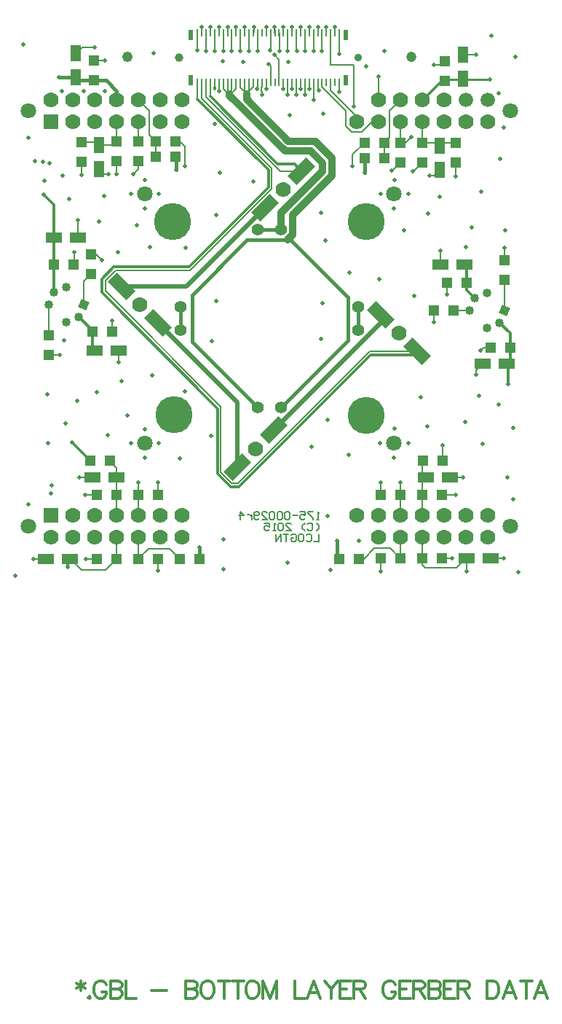
<source format=gbl>
%FSLAX24Y24*%
%MOIN*%
G70*
G01*
G75*
G04 Layer_Physical_Order=4*
G04 Layer_Color=16711680*
%ADD10C,0.0400*%
%ADD11C,0.0080*%
%ADD12C,0.0070*%
%ADD13C,0.0120*%
%ADD14C,0.0200*%
%ADD15C,0.0120*%
%ADD16P,0.0566X4X202.5*%
%ADD17C,0.0400*%
%ADD18C,0.0354*%
%ADD19C,0.0394*%
%ADD20C,0.0700*%
%ADD21C,0.0551*%
%ADD22R,0.0700X0.0700*%
%ADD23C,0.0660*%
%ADD24C,0.0709*%
%ADD25C,0.1693*%
%ADD26C,0.0472*%
%ADD27C,0.0481*%
%ADD28C,0.0200*%
%ADD29C,0.0180*%
%ADD30C,0.0120*%
%ADD31C,0.0450*%
%ADD32C,0.0554*%
%ADD33C,0.0594*%
%ADD34C,0.0987*%
%ADD35C,0.0535*%
G04:AMPARAMS|DCode=36|XSize=100mil|YSize=100mil|CornerRadius=0mil|HoleSize=0mil|Usage=FLASHONLY|Rotation=0.000|XOffset=0mil|YOffset=0mil|HoleType=Round|Shape=Relief|Width=10mil|Gap=10mil|Entries=4|*
%AMTHD36*
7,0,0,0.1000,0.0800,0.0100,45*
%
%ADD36THD36*%
%ADD37C,0.0600*%
%ADD38C,0.0909*%
%ADD39C,0.1893*%
%ADD40C,0.0692*%
%ADD41C,0.0300*%
%ADD42C,0.0100*%
%ADD43C,0.0160*%
%ADD44C,0.0300*%
%ADD45R,0.0098X0.0354*%
%ADD46R,0.0500X0.0500*%
%ADD47R,0.0480X0.0780*%
%ADD48R,0.0780X0.0480*%
%ADD49R,0.0500X0.0500*%
%ADD50R,0.0236X0.0512*%
G04:AMPARAMS|DCode=51|XSize=59.1mil|YSize=118.1mil|CornerRadius=0mil|HoleSize=0mil|Usage=FLASHONLY|Rotation=225.000|XOffset=0mil|YOffset=0mil|HoleType=Round|Shape=Rectangle|*
%AMROTATEDRECTD51*
4,1,4,-0.0209,0.0626,0.0626,-0.0209,0.0209,-0.0626,-0.0626,0.0209,-0.0209,0.0626,0.0*
%
%ADD51ROTATEDRECTD51*%

G04:AMPARAMS|DCode=52|XSize=59.1mil|YSize=118.1mil|CornerRadius=0mil|HoleSize=0mil|Usage=FLASHONLY|Rotation=135.000|XOffset=0mil|YOffset=0mil|HoleType=Round|Shape=Rectangle|*
%AMROTATEDRECTD52*
4,1,4,0.0626,0.0209,-0.0209,-0.0626,-0.0626,-0.0209,0.0209,0.0626,0.0626,0.0209,0.0*
%
%ADD52ROTATEDRECTD52*%

%ADD53C,0.0320*%
D11*
X11467Y22974D02*
Y23169D01*
X11430Y22937D02*
X11467Y22974D01*
X11430Y22913D02*
Y22937D01*
X12304Y18304D02*
Y19216D01*
X12177Y18177D02*
X12304Y18304D01*
X12176Y18177D02*
X12177D01*
X11277Y17277D02*
X12176Y18177D01*
X11277Y17277D02*
Y17277D01*
X8570Y14570D02*
X11277Y17277D01*
X10877Y24610D02*
Y25413D01*
X10483Y24610D02*
Y25413D01*
X11270Y24610D02*
Y25413D01*
X11664Y24610D02*
Y25413D01*
X13633Y22850D02*
Y23169D01*
X13239Y22850D02*
Y23169D01*
X12845Y22850D02*
Y23169D01*
X14420Y22850D02*
X14470Y22800D01*
X14420Y22850D02*
Y23169D01*
X16205Y21362D02*
Y21587D01*
X15011Y22781D02*
X16205Y21587D01*
X15011Y22781D02*
Y23169D01*
X15705Y21154D02*
Y21874D01*
X14617Y22963D02*
X15705Y21874D01*
X14617Y22963D02*
Y23169D01*
X14026Y22850D02*
Y23169D01*
X15400Y22739D02*
Y23165D01*
X15404Y23169D01*
X19730Y23970D02*
X20090D01*
X20250Y24130D01*
X20105Y4295D02*
X20740D01*
X20100Y4300D02*
X20105Y4295D01*
X16804Y10864D02*
X18973D01*
X10761Y4820D02*
X16804Y10864D01*
X10480Y4820D02*
X10761D01*
X12255Y24610D02*
Y25413D01*
X12058D02*
Y25700D01*
X8110Y20450D02*
X8330Y20230D01*
X7910Y20450D02*
X8110D01*
X8330Y19340D02*
Y20230D01*
X21680Y9792D02*
Y9980D01*
X21980Y10280D01*
X21860Y10880D02*
X22000Y11020D01*
X22320D01*
X20730Y18870D02*
Y19490D01*
X18449Y20399D02*
X18710Y20660D01*
X18210Y20399D02*
X18449D01*
X19540Y18910D02*
X19750D01*
X19990Y19150D01*
X18780Y19105D02*
X18805D01*
X19200Y19500D01*
X17810Y19130D02*
X17841D01*
X18210Y19499D01*
X16010Y19340D02*
Y19850D01*
X16560Y20400D01*
X17460Y19680D02*
Y20400D01*
X17710Y20650D01*
Y21867D01*
X18205Y22362D01*
X20130Y20390D02*
X20730D01*
X19990Y20250D02*
X20130Y20390D01*
X19840Y20400D02*
X19990Y20250D01*
X19200Y20400D02*
X19840D01*
X19205Y20405D02*
Y21362D01*
X18205Y20404D02*
Y21362D01*
X6205Y3362D02*
Y4875D01*
X3430Y16050D02*
Y16870D01*
X3252Y14851D02*
Y15390D01*
X20120Y5860D02*
Y6567D01*
X3590Y18940D02*
Y19540D01*
X6205Y20450D02*
Y21362D01*
X6205Y19210D02*
Y19550D01*
X5205Y20460D02*
Y21362D01*
X21670Y24440D02*
X21680Y24430D01*
X21070Y24440D02*
X21670D01*
X5210Y5081D02*
Y5540D01*
X4890Y5860D02*
X5210Y5540D01*
X17000Y1850D02*
X17720D01*
X16520Y1370D02*
X17000Y1850D01*
X16290Y1370D02*
X16520D01*
X18200Y1400D02*
Y2357D01*
Y1370D02*
Y1400D01*
X17720Y1850D02*
X18200Y1370D01*
X6205Y1380D02*
Y2362D01*
X6195Y1370D02*
X6205Y1380D01*
X7625Y1830D02*
X8095Y1360D01*
X6655Y1830D02*
X7625D01*
X6205Y1380D02*
X6655Y1830D01*
X5200Y18970D02*
X5205Y18975D01*
Y19560D01*
X4640Y18970D02*
X4850D01*
X4400Y19210D02*
X4640Y18970D01*
X5055Y20310D02*
X5205Y20460D01*
X4400Y20310D02*
X5055D01*
X4270Y20440D02*
X4400Y20310D01*
X3590Y20440D02*
X4270D01*
X12430Y24421D02*
X12648Y24203D01*
Y23169D02*
Y24203D01*
X16070Y22050D02*
X16081Y22061D01*
Y23959D01*
X15011D02*
X16081D01*
X17200Y22367D02*
Y23430D01*
X4170Y24150D02*
X4670D01*
X3630Y24770D02*
X4190D01*
X3350Y24490D02*
X3630Y24770D01*
X6205Y22362D02*
X6700Y21867D01*
Y20760D02*
Y21867D01*
Y20760D02*
X7010Y20450D01*
Y19750D02*
Y20450D01*
X10089Y24610D02*
Y25413D01*
X9696Y22880D02*
Y23169D01*
X9302Y22502D02*
Y23169D01*
X9105Y22415D02*
Y23169D01*
X9893Y22750D02*
Y23169D01*
X10089Y22851D02*
Y23169D01*
Y22851D02*
X10286Y22654D01*
X8908Y24612D02*
Y25413D01*
X1395Y1370D02*
X1980D01*
X3790Y1370D02*
X4300D01*
X5205Y1375D02*
Y2362D01*
X7100Y845D02*
Y1370D01*
X10389Y22560D02*
X10680Y22851D01*
Y23169D01*
X10380Y22620D02*
X10483Y22723D01*
Y23169D01*
X10286Y22654D02*
X10350Y22590D01*
X10286Y22654D02*
Y23169D01*
X9302Y22502D02*
X12693Y19111D01*
X8908Y22402D02*
Y23169D01*
X17302Y12151D02*
Y12534D01*
X12693Y19111D02*
X13683D01*
X10877Y22913D02*
Y23169D01*
X11074Y22716D02*
Y23169D01*
Y22716D02*
X11170Y22620D01*
X10877Y22913D02*
X11074Y22716D01*
X11270Y22720D02*
Y23169D01*
X11170Y22620D02*
X11270Y22720D01*
X4690Y13620D02*
Y14100D01*
X5160Y14570D01*
X8570D01*
X9980Y5320D02*
X10480Y4820D01*
X9980Y5320D02*
Y8330D01*
X4690Y13620D02*
X9980Y8330D01*
X9696Y24610D02*
Y25413D01*
X13830Y24610D02*
Y25413D01*
X9105D02*
Y25700D01*
X9893Y25413D02*
Y25700D01*
X10680Y25413D02*
Y25700D01*
X11074Y25413D02*
Y25700D01*
X9499Y25413D02*
Y25700D01*
X10286Y25413D02*
Y25700D01*
X14223Y24610D02*
Y25413D01*
X9302Y24610D02*
Y25413D01*
X13633D02*
Y25700D01*
X14026Y25413D02*
Y25700D01*
X15207Y25413D02*
Y25700D01*
X14617Y24610D02*
Y25413D01*
X15011Y23959D02*
Y25413D01*
X20460Y5081D02*
X21061D01*
X19205Y3362D02*
Y5845D01*
X17300Y4300D02*
Y4860D01*
X18205Y3362D02*
Y4295D01*
X19200Y1400D02*
Y2357D01*
X20100Y1400D02*
X20561D01*
X20570Y1409D01*
X19200Y1110D02*
Y1400D01*
Y1110D02*
X19350Y960D01*
X20780D01*
X21220Y1400D01*
X22320D02*
X22950D01*
X21220Y800D02*
Y1400D01*
X18200Y4300D02*
Y4850D01*
X17300Y800D02*
Y1370D01*
X3760Y4300D02*
X4310D01*
X3490Y5081D02*
X4110D01*
X5210Y3367D02*
Y4300D01*
X5210Y4300D02*
Y5081D01*
X7105Y4300D02*
Y4875D01*
X4690Y860D02*
X5200Y1370D01*
X3590Y860D02*
X4690D01*
X3080Y1370D02*
X3590Y860D01*
X11860Y22600D02*
X11861Y22601D01*
X12255Y23169D02*
Y23915D01*
X13040Y22600D02*
X13042Y22602D01*
X15404Y24454D02*
Y25413D01*
X12058Y23169D02*
X12060Y23167D01*
Y22850D02*
Y23167D01*
X5955Y18960D02*
X6205Y19210D01*
X5300Y10380D02*
Y10910D01*
X5290Y10370D02*
X5300Y10380D01*
X4992Y11750D02*
Y12271D01*
X20030Y14820D02*
Y15462D01*
X20350Y13470D02*
Y14010D01*
X15705Y21154D02*
X15980Y20880D01*
X16430D01*
X16912Y21362D01*
X17205D01*
X9105Y22415D02*
X12304Y19216D01*
X11270Y22720D02*
Y22753D01*
X11861Y22601D02*
Y22750D01*
Y22950D02*
Y23169D01*
Y22750D02*
X11862Y22751D01*
X11850Y22763D02*
X11862Y22751D01*
X11850Y22763D02*
Y22937D01*
X11862Y22949D01*
X11861Y22950D02*
X11862Y22949D01*
X11270Y22753D02*
X11430Y22913D01*
X11640Y22850D02*
X11664Y22874D01*
Y23169D01*
X12160Y24010D02*
X12255Y23915D01*
X14420Y25413D02*
X14420Y25413D01*
X14420Y25413D02*
Y25710D01*
X14810Y25417D02*
X14814Y25413D01*
X14810Y25417D02*
Y25710D01*
X14026Y25696D02*
X14030Y25700D01*
Y25710D01*
X13239Y25413D02*
X13240Y25414D01*
Y25710D01*
X12845Y25413D02*
X12850Y25418D01*
Y25710D01*
X12450Y25415D02*
X12452Y25413D01*
X12450Y25415D02*
Y25710D01*
X11467Y25413D02*
X11500Y25446D01*
Y25700D01*
X12648Y25413D02*
X12660Y25402D01*
Y24610D02*
Y25402D01*
X13436Y24630D02*
Y25413D01*
Y24630D02*
X13456Y24610D01*
X13030Y25401D02*
X13042Y25413D01*
X13030Y24610D02*
Y25401D01*
X22970Y12740D02*
Y14140D01*
X20650Y12730D02*
X21364D01*
X22970Y15040D02*
Y15590D01*
X19750Y12185D02*
Y12730D01*
X2094Y10680D02*
X2590D01*
X2094Y11580D02*
Y13000D01*
X3700Y14070D02*
X4020Y14390D01*
X3700Y13010D02*
Y14070D01*
X4020Y15290D02*
X4280D01*
X4550Y15020D01*
X14480Y3170D02*
X14363D01*
X14422D01*
Y3520D01*
X14480Y3462D01*
X14188Y3520D02*
X13955D01*
Y3462D01*
X14188Y3228D01*
Y3170D01*
X13605Y3520D02*
X13839D01*
Y3345D01*
X13722Y3403D01*
X13664D01*
X13605Y3345D01*
Y3228D01*
X13664Y3170D01*
X13780D01*
X13839Y3228D01*
X13489Y3345D02*
X13255D01*
X13139Y3462D02*
X13080Y3520D01*
X12964D01*
X12906Y3462D01*
Y3228D01*
X12964Y3170D01*
X13080D01*
X13139Y3228D01*
Y3462D01*
X12789D02*
X12731Y3520D01*
X12614D01*
X12556Y3462D01*
Y3228D01*
X12614Y3170D01*
X12731D01*
X12789Y3228D01*
Y3462D01*
X12439D02*
X12381Y3520D01*
X12264D01*
X12206Y3462D01*
Y3228D01*
X12264Y3170D01*
X12381D01*
X12439Y3228D01*
Y3462D01*
X11856Y3170D02*
X12089D01*
X11856Y3403D01*
Y3462D01*
X11914Y3520D01*
X12031D01*
X12089Y3462D01*
X11739Y3228D02*
X11681Y3170D01*
X11564D01*
X11506Y3228D01*
Y3462D01*
X11564Y3520D01*
X11681D01*
X11739Y3462D01*
Y3403D01*
X11681Y3345D01*
X11506D01*
X11389Y3403D02*
Y3170D01*
Y3287D01*
X11331Y3345D01*
X11273Y3403D01*
X11214D01*
X10864Y3170D02*
Y3520D01*
X11039Y3345D01*
X10806D01*
X14470Y2510D02*
Y2160D01*
X14237D01*
X13887Y2452D02*
X13945Y2510D01*
X14062D01*
X14120Y2452D01*
Y2218D01*
X14062Y2160D01*
X13945D01*
X13887Y2218D01*
X13595Y2510D02*
X13712D01*
X13770Y2452D01*
Y2218D01*
X13712Y2160D01*
X13595D01*
X13537Y2218D01*
Y2452D01*
X13595Y2510D01*
X13187Y2452D02*
X13245Y2510D01*
X13362D01*
X13420Y2452D01*
Y2218D01*
X13362Y2160D01*
X13245D01*
X13187Y2218D01*
Y2335D01*
X13304D01*
X13070Y2510D02*
X12837D01*
X12954D01*
Y2160D01*
X12721D02*
Y2510D01*
X12487Y2160D01*
Y2510D01*
X14353Y2660D02*
X14470Y2777D01*
Y2893D01*
X14353Y3010D01*
X13945Y2952D02*
X14003Y3010D01*
X14120D01*
X14178Y2952D01*
Y2718D01*
X14120Y2660D01*
X14003D01*
X13945Y2718D01*
X13829Y2660D02*
X13712Y2777D01*
Y2893D01*
X13829Y3010D01*
X12954Y2660D02*
X13187D01*
X12954Y2893D01*
Y2952D01*
X13012Y3010D01*
X13129D01*
X13187Y2952D01*
X12837D02*
X12779Y3010D01*
X12662D01*
X12604Y2952D01*
Y2718D01*
X12662Y2660D01*
X12779D01*
X12837Y2718D01*
Y2952D01*
X12487Y2660D02*
X12371D01*
X12429D01*
Y3010D01*
X12487Y2952D01*
X11962Y3010D02*
X12196D01*
Y2835D01*
X12079Y2893D01*
X12021D01*
X11962Y2835D01*
Y2718D01*
X12021Y2660D01*
X12137D01*
X12196Y2718D01*
D12*
X14223Y22350D02*
Y23169D01*
X13830Y22600D02*
Y23169D01*
X13436Y22600D02*
Y23169D01*
X13042Y22602D02*
Y23169D01*
X9499Y22512D02*
Y23169D01*
D13*
X12160Y18370D02*
Y19150D01*
X8520Y14730D02*
X12160Y18370D01*
X2970Y980D02*
Y1260D01*
X16838Y10690D02*
X18799D01*
X10808Y4660D02*
X16838Y10690D01*
X10430Y4660D02*
X10808D01*
X3160Y6690D02*
X3990Y5860D01*
X2330Y13570D02*
Y16050D01*
X1880Y18020D02*
X2330Y17570D01*
Y16050D02*
Y17570D01*
Y13570D02*
X2340Y13560D01*
X23220Y11020D02*
Y11700D01*
Y10327D02*
Y11020D01*
X23126Y10234D02*
X23220Y10327D01*
X22750Y12170D02*
X23220Y11700D01*
X23126Y9350D02*
Y10234D01*
X2970Y1260D02*
X3080Y1370D01*
X9499Y22512D02*
X12581Y19430D01*
X13364D01*
X13683Y19111D01*
X9830Y5260D02*
Y8240D01*
X4520Y13550D02*
X9830Y8240D01*
X4520Y13550D02*
Y14170D01*
X5080Y14730D01*
X8520D01*
X9830Y5260D02*
X10430Y4660D01*
X3480Y12440D02*
X4092Y11829D01*
Y11019D02*
X4200Y10910D01*
X4092Y11019D02*
Y11750D01*
Y11829D01*
X21250Y13650D02*
X21610Y13290D01*
X21250Y13650D02*
Y14010D01*
Y14700D01*
X21130Y14820D02*
X21250Y14700D01*
X8908Y22402D02*
X12160Y19150D01*
D14*
X8394Y13821D02*
X12013Y17440D01*
X5437Y13821D02*
X8394D01*
X12396Y7245D02*
X17302Y12151D01*
X10726Y5574D02*
Y8532D01*
X7107Y12151D02*
X10726Y8532D01*
D15*
X3560Y-17930D02*
Y-18387D01*
X3370Y-18044D02*
X3751Y-18273D01*
Y-18044D02*
X3370Y-18273D01*
X3953Y-18654D02*
X3915Y-18692D01*
X3953Y-18730D01*
X3991Y-18692D01*
X3953Y-18654D01*
X4737Y-18121D02*
X4699Y-18044D01*
X4623Y-17968D01*
X4547Y-17930D01*
X4395D01*
X4318Y-17968D01*
X4242Y-18044D01*
X4204Y-18121D01*
X4166Y-18235D01*
Y-18425D01*
X4204Y-18540D01*
X4242Y-18616D01*
X4318Y-18692D01*
X4395Y-18730D01*
X4547D01*
X4623Y-18692D01*
X4699Y-18616D01*
X4737Y-18540D01*
Y-18425D01*
X4547D02*
X4737D01*
X4920Y-17930D02*
Y-18730D01*
Y-17930D02*
X5263D01*
X5377Y-17968D01*
X5415Y-18006D01*
X5453Y-18083D01*
Y-18159D01*
X5415Y-18235D01*
X5377Y-18273D01*
X5263Y-18311D01*
X4920D02*
X5263D01*
X5377Y-18349D01*
X5415Y-18387D01*
X5453Y-18463D01*
Y-18578D01*
X5415Y-18654D01*
X5377Y-18692D01*
X5263Y-18730D01*
X4920D01*
X5632Y-17930D02*
Y-18730D01*
X6089D01*
X6805Y-18387D02*
X7491D01*
X8356Y-17930D02*
Y-18730D01*
Y-17930D02*
X8698D01*
X8813Y-17968D01*
X8851Y-18006D01*
X8889Y-18083D01*
Y-18159D01*
X8851Y-18235D01*
X8813Y-18273D01*
X8698Y-18311D01*
X8356D02*
X8698D01*
X8813Y-18349D01*
X8851Y-18387D01*
X8889Y-18463D01*
Y-18578D01*
X8851Y-18654D01*
X8813Y-18692D01*
X8698Y-18730D01*
X8356D01*
X9296Y-17930D02*
X9220Y-17968D01*
X9144Y-18044D01*
X9106Y-18121D01*
X9068Y-18235D01*
Y-18425D01*
X9106Y-18540D01*
X9144Y-18616D01*
X9220Y-18692D01*
X9296Y-18730D01*
X9449D01*
X9525Y-18692D01*
X9601Y-18616D01*
X9639Y-18540D01*
X9677Y-18425D01*
Y-18235D01*
X9639Y-18121D01*
X9601Y-18044D01*
X9525Y-17968D01*
X9449Y-17930D01*
X9296D01*
X10130D02*
Y-18730D01*
X9864Y-17930D02*
X10397D01*
X10759D02*
Y-18730D01*
X10492Y-17930D02*
X11026D01*
X11349D02*
X11273Y-17968D01*
X11197Y-18044D01*
X11159Y-18121D01*
X11121Y-18235D01*
Y-18425D01*
X11159Y-18540D01*
X11197Y-18616D01*
X11273Y-18692D01*
X11349Y-18730D01*
X11502D01*
X11578Y-18692D01*
X11654Y-18616D01*
X11692Y-18540D01*
X11730Y-18425D01*
Y-18235D01*
X11692Y-18121D01*
X11654Y-18044D01*
X11578Y-17968D01*
X11502Y-17930D01*
X11349D01*
X11917D02*
Y-18730D01*
Y-17930D02*
X12221Y-18730D01*
X12526Y-17930D02*
X12221Y-18730D01*
X12526Y-17930D02*
Y-18730D01*
X13383Y-17930D02*
Y-18730D01*
X13840D01*
X14537D02*
X14232Y-17930D01*
X13928Y-18730D01*
X14042Y-18463D02*
X14423D01*
X14724Y-17930D02*
X15028Y-18311D01*
Y-18730D01*
X15333Y-17930D02*
X15028Y-18311D01*
X15931Y-17930D02*
X15436D01*
Y-18730D01*
X15931D01*
X15436Y-18311D02*
X15741D01*
X16064Y-17930D02*
Y-18730D01*
Y-17930D02*
X16407D01*
X16521Y-17968D01*
X16560Y-18006D01*
X16598Y-18083D01*
Y-18159D01*
X16560Y-18235D01*
X16521Y-18273D01*
X16407Y-18311D01*
X16064D01*
X16331D02*
X16598Y-18730D01*
X17976Y-18121D02*
X17938Y-18044D01*
X17862Y-17968D01*
X17786Y-17930D01*
X17634D01*
X17557Y-17968D01*
X17481Y-18044D01*
X17443Y-18121D01*
X17405Y-18235D01*
Y-18425D01*
X17443Y-18540D01*
X17481Y-18616D01*
X17557Y-18692D01*
X17634Y-18730D01*
X17786D01*
X17862Y-18692D01*
X17938Y-18616D01*
X17976Y-18540D01*
Y-18425D01*
X17786D02*
X17976D01*
X18654Y-17930D02*
X18159D01*
Y-18730D01*
X18654D01*
X18159Y-18311D02*
X18464D01*
X18788Y-17930D02*
Y-18730D01*
Y-17930D02*
X19130D01*
X19245Y-17968D01*
X19283Y-18006D01*
X19321Y-18083D01*
Y-18159D01*
X19283Y-18235D01*
X19245Y-18273D01*
X19130Y-18311D01*
X18788D01*
X19054D02*
X19321Y-18730D01*
X19500Y-17930D02*
Y-18730D01*
Y-17930D02*
X19843D01*
X19957Y-17968D01*
X19995Y-18006D01*
X20033Y-18083D01*
Y-18159D01*
X19995Y-18235D01*
X19957Y-18273D01*
X19843Y-18311D01*
X19500D02*
X19843D01*
X19957Y-18349D01*
X19995Y-18387D01*
X20033Y-18463D01*
Y-18578D01*
X19995Y-18654D01*
X19957Y-18692D01*
X19843Y-18730D01*
X19500D01*
X20707Y-17930D02*
X20212D01*
Y-18730D01*
X20707D01*
X20212Y-18311D02*
X20517D01*
X20841Y-17930D02*
Y-18730D01*
Y-17930D02*
X21183D01*
X21298Y-17968D01*
X21336Y-18006D01*
X21374Y-18083D01*
Y-18159D01*
X21336Y-18235D01*
X21298Y-18273D01*
X21183Y-18311D01*
X20841D01*
X21107D02*
X21374Y-18730D01*
X22181Y-17930D02*
Y-18730D01*
Y-17930D02*
X22448D01*
X22562Y-17968D01*
X22638Y-18044D01*
X22676Y-18121D01*
X22714Y-18235D01*
Y-18425D01*
X22676Y-18540D01*
X22638Y-18616D01*
X22562Y-18692D01*
X22448Y-18730D01*
X22181D01*
X23503D02*
X23198Y-17930D01*
X22893Y-18730D01*
X23008Y-18463D02*
X23389D01*
X23956Y-17930D02*
Y-18730D01*
X23689Y-17930D02*
X24223D01*
X24927Y-18730D02*
X24623Y-17930D01*
X24318Y-18730D01*
X24432Y-18463D02*
X24813D01*
D16*
X3700Y13010D02*
D03*
X22970Y12740D02*
D03*
D17*
X3480Y12440D02*
D03*
X2900Y12200D02*
D03*
X2094Y13000D02*
D03*
X2340Y13560D02*
D03*
X2900Y13790D02*
D03*
X22750Y12170D02*
D03*
X22170Y11930D02*
D03*
X21364Y12730D02*
D03*
X21610Y13290D02*
D03*
X22170Y13520D02*
D03*
D18*
X16251Y24291D02*
D03*
D19*
X8062D02*
D03*
D20*
X18138Y11699D02*
D03*
X11561Y6410D02*
D03*
X6272Y12986D02*
D03*
X12848Y18275D02*
D03*
X3205Y21362D02*
D03*
X4205D02*
D03*
X5205D02*
D03*
X6205D02*
D03*
X7205D02*
D03*
X8205D02*
D03*
X16205D02*
D03*
X17205D02*
D03*
X18205D02*
D03*
X19205D02*
D03*
X20205D02*
D03*
X21205D02*
D03*
X22205D02*
D03*
X2205Y22362D02*
D03*
X3205D02*
D03*
X4205D02*
D03*
X5205D02*
D03*
X6205D02*
D03*
X7205D02*
D03*
X8205D02*
D03*
X17205D02*
D03*
X18205D02*
D03*
X19205D02*
D03*
X20205D02*
D03*
X3205Y3362D02*
D03*
X4205D02*
D03*
X5205D02*
D03*
X6205D02*
D03*
X7205D02*
D03*
X8205D02*
D03*
X16205D02*
D03*
X17205D02*
D03*
X18205D02*
D03*
X19205D02*
D03*
X20205D02*
D03*
X21205D02*
D03*
X22205D02*
D03*
X2205Y2362D02*
D03*
X3205D02*
D03*
X4205D02*
D03*
X5205D02*
D03*
X6205D02*
D03*
X7205D02*
D03*
X8205D02*
D03*
X17205D02*
D03*
X18205D02*
D03*
X19205D02*
D03*
X20205D02*
D03*
X21205D02*
D03*
X22205D02*
D03*
D21*
X8140Y12894D02*
D03*
X11675Y16429D02*
D03*
X12736Y8297D02*
D03*
X16272Y11833D02*
D03*
X12736Y16427D02*
D03*
X16272Y12892D02*
D03*
X8138Y11833D02*
D03*
X11673Y8297D02*
D03*
D22*
X2205Y21362D02*
D03*
Y3362D02*
D03*
D23*
X21205Y22362D02*
D03*
X22205D02*
D03*
D24*
X23228Y2862D02*
D03*
X1181D02*
D03*
X23228Y21862D02*
D03*
X17913Y18071D02*
D03*
Y6654D02*
D03*
X6496D02*
D03*
X1181Y21862D02*
D03*
X6496Y18071D02*
D03*
D25*
X7824Y7953D02*
D03*
X16634Y7933D02*
D03*
X7776Y16791D02*
D03*
X16634D02*
D03*
D26*
X18701Y24331D02*
D03*
D27*
X5709D02*
D03*
D28*
X10877Y24610D02*
D03*
X10483D02*
D03*
X11270D02*
D03*
X11664D02*
D03*
X14223Y22350D02*
D03*
X13633Y22850D02*
D03*
X13239D02*
D03*
X12845D02*
D03*
X14470Y22800D02*
D03*
X14026Y22850D02*
D03*
X15400Y22739D02*
D03*
X19730Y23970D02*
D03*
X2970Y980D02*
D03*
X20740Y4295D02*
D03*
X2700Y22750D02*
D03*
X12435Y24421D02*
D03*
X13070Y24090D02*
D03*
X12058Y25700D02*
D03*
X15290Y2190D02*
D03*
X7930Y19150D02*
D03*
X8330Y19340D02*
D03*
X21680Y9792D02*
D03*
X21860Y10880D02*
D03*
X20730Y18870D02*
D03*
X18710Y20660D02*
D03*
X19540Y18910D02*
D03*
X18780Y19105D02*
D03*
X17810Y19130D02*
D03*
X16010Y19340D02*
D03*
X3160Y6690D02*
D03*
X1880Y18020D02*
D03*
X20120Y6567D02*
D03*
X3590Y18940D02*
D03*
X2210Y4360D02*
D03*
X23126Y9350D02*
D03*
X21680Y24430D02*
D03*
X22295Y23285D02*
D03*
X3430Y16870D02*
D03*
X1820Y19540D02*
D03*
X2230Y4740D02*
D03*
X2120Y19461D02*
D03*
X1480Y19550D02*
D03*
X5200Y18970D02*
D03*
X4850D02*
D03*
X4680Y22750D02*
D03*
X3700D02*
D03*
X16070Y22050D02*
D03*
X17200Y23430D02*
D03*
X11861Y22601D02*
D03*
X4670Y24150D02*
D03*
X4190Y24770D02*
D03*
X2570Y23390D02*
D03*
X10089Y24610D02*
D03*
X9893Y22750D02*
D03*
X8908Y24612D02*
D03*
X9302Y24610D02*
D03*
X3252Y15390D02*
D03*
X1395Y1370D02*
D03*
X3790Y1370D02*
D03*
X9105Y25700D02*
D03*
X10680D02*
D03*
X9499D02*
D03*
X10286D02*
D03*
X9893D02*
D03*
X11074D02*
D03*
X9696Y24610D02*
D03*
X13830D02*
D03*
X14617D02*
D03*
X14223D02*
D03*
X21061Y5081D02*
D03*
X17300Y4860D02*
D03*
X20570Y1409D02*
D03*
X22950Y1400D02*
D03*
X21220Y800D02*
D03*
X18200Y4850D02*
D03*
X17300Y800D02*
D03*
X7105Y840D02*
D03*
X3760Y4300D02*
D03*
X3490Y5081D02*
D03*
X7105Y4875D02*
D03*
X6205D02*
D03*
X8990Y1910D02*
D03*
X13040Y22600D02*
D03*
X15404Y24454D02*
D03*
X12060Y22850D02*
D03*
X16560Y19020D02*
D03*
X22710Y22670D02*
D03*
X22930Y21100D02*
D03*
X5955Y18960D02*
D03*
X18563Y6654D02*
D03*
X17913Y5990D02*
D03*
X17260Y6654D02*
D03*
X17922Y7320D02*
D03*
X7146Y6654D02*
D03*
X6496Y6000D02*
D03*
X5880Y6654D02*
D03*
X6496Y7300D02*
D03*
X7146Y18071D02*
D03*
X6496Y18700D02*
D03*
X6506Y17400D02*
D03*
X5880Y18071D02*
D03*
X18563D02*
D03*
X17920Y18690D02*
D03*
X17300Y18071D02*
D03*
X17913Y17400D02*
D03*
X5290Y10370D02*
D03*
X4992Y12271D02*
D03*
X20030Y15462D02*
D03*
X20350Y13470D02*
D03*
X6888Y24480D02*
D03*
X10081Y24121D02*
D03*
X10990Y24087D02*
D03*
X13120Y21670D02*
D03*
X14662Y21720D02*
D03*
X920Y24910D02*
D03*
X1180Y20640D02*
D03*
X2730Y18890D02*
D03*
X2590Y10680D02*
D03*
X3410Y8590D02*
D03*
X2060Y6670D02*
D03*
X1170Y3860D02*
D03*
X580Y590D02*
D03*
X10100Y2250D02*
D03*
X13040Y1200D02*
D03*
X14880Y3330D02*
D03*
X23600Y770D02*
D03*
X23110Y5100D02*
D03*
X21970Y6640D02*
D03*
X22710Y8430D02*
D03*
X23000Y16390D02*
D03*
X21900Y18170D02*
D03*
X22764Y19660D02*
D03*
X23460Y24320D02*
D03*
X22370Y25300D02*
D03*
X17480Y24600D02*
D03*
X16640Y23900D02*
D03*
X9920Y19040D02*
D03*
X9780Y17100D02*
D03*
X11480Y18620D02*
D03*
X14580Y17200D02*
D03*
X6720Y15640D02*
D03*
X5260Y15400D02*
D03*
X6820Y9760D02*
D03*
X8110Y5970D02*
D03*
X9770Y13170D02*
D03*
X14570Y11430D02*
D03*
X14150Y6490D02*
D03*
X19120Y8750D02*
D03*
X19750Y12185D02*
D03*
X17220Y14160D02*
D03*
X18360Y16380D02*
D03*
X4410Y16780D02*
D03*
X4550Y15020D02*
D03*
X2810Y11370D02*
D03*
X4290Y8980D02*
D03*
X4812Y7030D02*
D03*
X5700Y7933D02*
D03*
X5450Y9480D02*
D03*
X19450Y7420D02*
D03*
X21790Y8830D02*
D03*
X21160Y7626D02*
D03*
X22970Y15590D02*
D03*
X21470Y16530D02*
D03*
X20000Y17940D02*
D03*
X19470Y17160D02*
D03*
X21200Y15620D02*
D03*
X6130Y16620D02*
D03*
X4620Y17950D02*
D03*
X8380Y15590D02*
D03*
X8328Y9030D02*
D03*
X9550Y6990D02*
D03*
X9570Y11320D02*
D03*
X14630Y13060D02*
D03*
X14760Y15920D02*
D03*
X15880Y14460D02*
D03*
X14860Y7730D02*
D03*
X15830Y6120D02*
D03*
X2870Y7550D02*
D03*
X2050Y8880D02*
D03*
X3030Y17830D02*
D03*
X1910Y18670D02*
D03*
X10110Y880D02*
D03*
X23380Y7350D02*
D03*
X23360Y4080D02*
D03*
X18830Y13380D02*
D03*
X14990Y850D02*
D03*
X16300Y2180D02*
D03*
X9710Y21260D02*
D03*
X11640Y22850D02*
D03*
X12160Y23990D02*
D03*
X15210Y25710D02*
D03*
X14420D02*
D03*
X14810D02*
D03*
X13630D02*
D03*
X14030D02*
D03*
X13240D02*
D03*
X12850D02*
D03*
X12450D02*
D03*
X11500Y25700D02*
D03*
X12240Y24620D02*
D03*
X12660Y24610D02*
D03*
X13456D02*
D03*
X13030D02*
D03*
X13436Y22600D02*
D03*
X13830D02*
D03*
D29*
X9696Y22880D02*
D03*
D42*
X20305Y23285D02*
X22295D01*
X19205Y22362D02*
X20073Y23230D01*
X20250D01*
X20305Y23285D01*
D43*
X11178Y15950D02*
X13039D01*
X8670Y13442D02*
X11178Y15950D01*
X11675Y16429D02*
X12734D01*
X15290Y1470D02*
Y2190D01*
X7930Y19150D02*
Y19730D01*
X7910Y19750D02*
X7930Y19730D01*
X15290Y1470D02*
X15390Y1370D01*
X8990Y1360D02*
Y1910D01*
X5205Y22362D02*
Y22765D01*
X4720Y23250D02*
X5205Y22765D01*
X4170Y23250D02*
X4720D01*
X2570Y23390D02*
X3350D01*
X3490Y23250D02*
X4170D01*
X3350Y23390D02*
X3490Y23250D01*
X8140Y11835D02*
Y12894D01*
X8670Y11300D02*
Y13442D01*
Y11300D02*
X11673Y8297D01*
X16272Y11833D02*
Y12892D01*
X16560Y19020D02*
Y19680D01*
X12736Y8297D02*
X15794Y11355D01*
Y13318D01*
X13101Y16012D02*
X15794Y13318D01*
D45*
X10877Y25413D02*
D03*
X8908D02*
D03*
X9105D02*
D03*
X9302D02*
D03*
X9499D02*
D03*
X9696D02*
D03*
X9893D02*
D03*
X10089D02*
D03*
X10286D02*
D03*
X10483D02*
D03*
X10680D02*
D03*
X11074D02*
D03*
X11270D02*
D03*
X11467D02*
D03*
X11664D02*
D03*
X11861D02*
D03*
X12058D02*
D03*
X12255D02*
D03*
X12452D02*
D03*
X12648D02*
D03*
X12845D02*
D03*
X13042D02*
D03*
X13239D02*
D03*
X13436D02*
D03*
X13633D02*
D03*
X13830D02*
D03*
X14026D02*
D03*
X14223D02*
D03*
X14420D02*
D03*
X14617D02*
D03*
X14814D02*
D03*
X15011D02*
D03*
X15207D02*
D03*
X15404D02*
D03*
D03*
X8908Y23169D02*
D03*
X9105D02*
D03*
X9302D02*
D03*
X9499D02*
D03*
X9696D02*
D03*
X9893D02*
D03*
X10089D02*
D03*
X10286D02*
D03*
X10483D02*
D03*
X10680D02*
D03*
X10877D02*
D03*
X11074D02*
D03*
X11270D02*
D03*
X11467D02*
D03*
X11664D02*
D03*
X11861D02*
D03*
X12058D02*
D03*
X12255D02*
D03*
X12452D02*
D03*
X12648D02*
D03*
X12845D02*
D03*
X13042D02*
D03*
X13239D02*
D03*
X13436D02*
D03*
X13633D02*
D03*
X13830D02*
D03*
X14026D02*
D03*
X14223D02*
D03*
X14420D02*
D03*
X14617D02*
D03*
X14814D02*
D03*
X15011D02*
D03*
X15207D02*
D03*
X15404D02*
D03*
D46*
X22320Y11020D02*
D03*
X23220D02*
D03*
X20120Y5860D02*
D03*
X19220D02*
D03*
X17460Y20400D02*
D03*
X16560D02*
D03*
X5210Y4300D02*
D03*
X4310D02*
D03*
X19200Y4300D02*
D03*
X20100D02*
D03*
X7010Y20450D02*
D03*
X7910D02*
D03*
X6195Y1370D02*
D03*
X7100D02*
D03*
X4092Y11750D02*
D03*
X4992D02*
D03*
X5200Y1370D02*
D03*
X4300D02*
D03*
X16290Y1370D02*
D03*
X15390D02*
D03*
X8095Y1360D02*
D03*
X8990D02*
D03*
X7010Y19750D02*
D03*
X7910D02*
D03*
X17460Y19680D02*
D03*
X16560D02*
D03*
X6205Y4300D02*
D03*
X7105D02*
D03*
X3240Y14840D02*
D03*
X2340D02*
D03*
X20350Y14010D02*
D03*
X21250D02*
D03*
X19200Y1400D02*
D03*
X20100D02*
D03*
X18200Y1400D02*
D03*
X17300D02*
D03*
X18200Y4300D02*
D03*
X17300D02*
D03*
X3990Y5860D02*
D03*
X4890D02*
D03*
X19750Y12730D02*
D03*
X20650D02*
D03*
D47*
X19990Y20250D02*
D03*
Y19150D02*
D03*
X4400Y20310D02*
D03*
Y19210D02*
D03*
X21070Y23340D02*
D03*
Y24440D02*
D03*
X3350Y23390D02*
D03*
Y24490D02*
D03*
D48*
X5210Y5081D02*
D03*
X4110D02*
D03*
X19360Y5081D02*
D03*
X20460D02*
D03*
X23080Y10280D02*
D03*
X21980D02*
D03*
X2330Y16050D02*
D03*
X3430D02*
D03*
X5300Y10910D02*
D03*
X4200D02*
D03*
X20030Y14820D02*
D03*
X21130D02*
D03*
X1980Y1370D02*
D03*
X3080D02*
D03*
X22320Y1400D02*
D03*
X21220D02*
D03*
D49*
X19200Y20400D02*
D03*
Y19500D02*
D03*
X5205Y20460D02*
D03*
Y19560D02*
D03*
X20250Y23230D02*
D03*
Y24130D02*
D03*
X18210Y20399D02*
D03*
Y19499D02*
D03*
X6205Y20450D02*
D03*
Y19550D02*
D03*
X4170Y24150D02*
D03*
Y23250D02*
D03*
X20730Y19490D02*
D03*
Y20390D02*
D03*
X3590Y19540D02*
D03*
Y20440D02*
D03*
X2094Y10680D02*
D03*
Y11580D02*
D03*
X4020Y15290D02*
D03*
Y14390D02*
D03*
X22970Y15040D02*
D03*
Y14140D02*
D03*
D50*
X15700Y23248D02*
D03*
Y25335D02*
D03*
X8613D02*
D03*
Y23248D02*
D03*
D51*
X17302Y12534D02*
D03*
X18973Y10864D02*
D03*
X7107Y12151D02*
D03*
X5437Y13821D02*
D03*
D52*
X12396Y7245D02*
D03*
X10726Y5574D02*
D03*
X12013Y17440D02*
D03*
X13683Y19111D02*
D03*
D53*
X10380Y22560D02*
X12920Y20020D01*
X10380Y22560D02*
Y22620D01*
X13080Y20470D02*
X14290D01*
X13270Y16181D02*
Y17100D01*
X12734Y16429D02*
Y17184D01*
X13270Y17100D02*
X15080Y18910D01*
Y19680D01*
X14290Y20470D02*
X15080Y19680D01*
X12734Y17184D02*
X14650Y19100D01*
X12920Y20020D02*
X14100D01*
X14650Y19470D01*
Y19100D02*
Y19470D01*
X11170Y22380D02*
X13080Y20470D01*
X11170Y22380D02*
Y22620D01*
X13039Y15950D02*
X13270Y16181D01*
M02*

</source>
